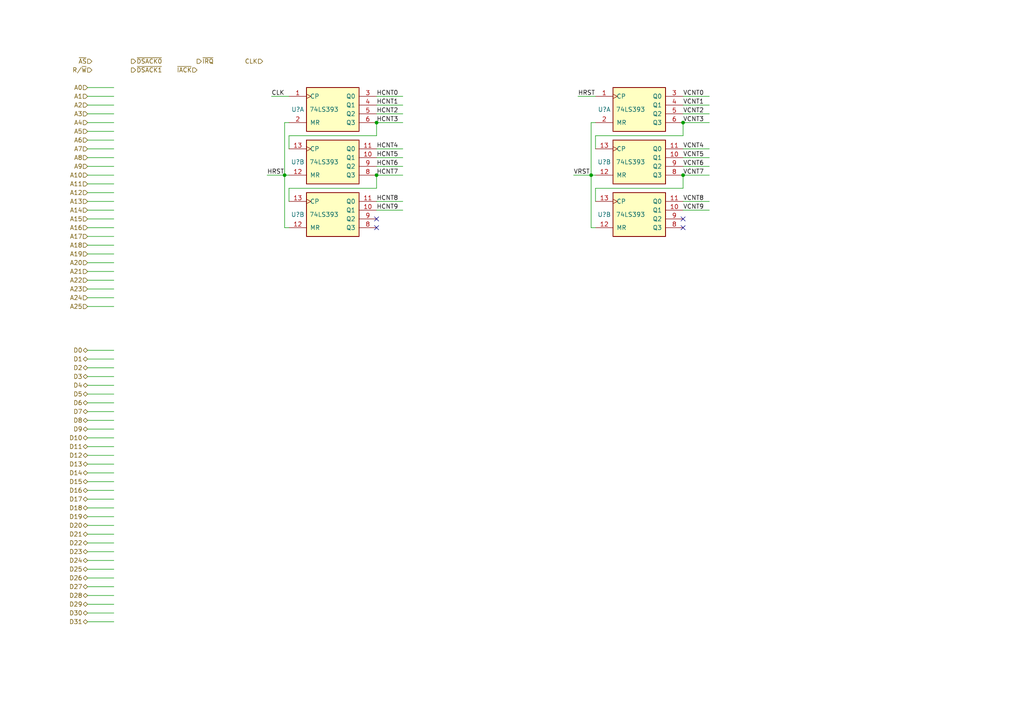
<source format=kicad_sch>
(kicad_sch (version 20211123) (generator eeschema)
  (paper "A4")
  (lib_symbols
    (symbol "74xx:74LS393" (pin_names (offset 1.016))
      (property "Reference" "U" (at -7.62 8.89 0))
      (property "Value" "74LS393" (at -7.62 -8.89 0))
      (symbol "74LS393_1_0"
        (pin input clock (at -12.7 2.54 0) (length 5.08) (name "CP") (number "1"))
        (pin input line (at -12.7 -5.08 0) (length 5.08) (name "MR") (number "2"))
        (pin output line (at 12.7 2.54 180) (length 5.08) (name "Q0") (number "3"))
        (pin output line (at 12.7 0 180) (length 5.08) (name "Q1") (number "4"))
        (pin output line (at 12.7 -2.54 180) (length 5.08) (name "Q2") (number "5"))
        (pin output line (at 12.7 -5.08 180) (length 5.08) (name "Q3") (number "6"))
      )
      (symbol "74LS393_1_1"
        (rectangle (start -7.62 5.08) (end 7.62 -7.62) (stroke (width 0.254)) (fill (type background)))
      )
      (symbol "74LS393_2_0"
        (pin output line (at 12.7 0 180) (length 5.08) (name "Q1") (number "10"))
        (pin output line (at 12.7 2.54 180) (length 5.08) (name "Q0") (number "11"))
        (pin input line (at -12.7 -5.08 0) (length 5.08) (name "MR") (number "12"))
        (pin input clock (at -12.7 2.54 0) (length 5.08) (name "CP") (number "13"))
        (pin output line (at 12.7 -5.08 180) (length 5.08) (name "Q3") (number "8"))
        (pin output line (at 12.7 -2.54 180) (length 5.08) (name "Q2") (number "9"))
      )
      (symbol "74LS393_2_1"
        (rectangle (start -7.62 5.08) (end 7.62 -7.62) (stroke (width 0.254)) (fill (type background)))
      )
      (symbol "74LS393_3_0"
        (pin power_in line (at 0 12.7 270) (length 5.08) (name "VCC") (number "14"))
        (pin power_in line (at 0 -12.7 90) (length 5.08) (name "GND") (number "7"))
      )
      (symbol "74LS393_3_1"
        (rectangle (start -5.08 7.62) (end 5.08 -7.62) (stroke (width 0.254)) (fill (type background)))
      )
    )
  )
  (junction (at 82.55 50.8))
  (junction (at 198.12 50.8))
  (junction (at 171.45 50.8))
  (junction (at 198.12 35.56))
  (junction (at 109.22 50.8))
  (junction (at 109.22 35.56))
  (no_connect (at 198.12 63.5))
  (no_connect (at 109.22 66.04))
  (no_connect (at 198.12 66.04))
  (no_connect (at 109.22 63.5))
  (wire (pts (xy 25.4 66.04) (xy 33.02 66.04)))
  (wire (pts (xy 25.4 109.22) (xy 33.02 109.22)))
  (wire (pts (xy 82.55 50.8) (xy 83.82 50.8)))
  (wire (pts (xy 25.4 71.12) (xy 33.02 71.12)))
  (wire (pts (xy 82.55 35.56) (xy 82.55 50.8)))
  (wire (pts (xy 25.4 40.64) (xy 33.02 40.64)))
  (wire (pts (xy 198.12 48.26) (xy 205.74 48.26)))
  (wire (pts (xy 78.74 27.94) (xy 83.82 27.94)))
  (wire (pts (xy 109.22 30.48) (xy 116.84 30.48)))
  (wire (pts (xy 25.4 58.42) (xy 33.02 58.42)))
  (wire (pts (xy 82.55 50.8) (xy 82.55 66.04)))
  (wire (pts (xy 25.4 116.84) (xy 33.02 116.84)))
  (wire (pts (xy 25.4 73.66) (xy 33.02 73.66)))
  (wire (pts (xy 198.12 50.8) (xy 198.12 54.61)))
  (wire (pts (xy 109.22 27.94) (xy 116.84 27.94)))
  (wire (pts (xy 25.4 127) (xy 33.02 127)))
  (wire (pts (xy 109.22 54.61) (xy 83.82 54.61)))
  (wire (pts (xy 25.4 78.74) (xy 33.02 78.74)))
  (wire (pts (xy 25.4 88.9) (xy 33.02 88.9)))
  (wire (pts (xy 172.72 35.56) (xy 171.45 35.56)))
  (wire (pts (xy 25.4 101.6) (xy 33.02 101.6)))
  (wire (pts (xy 25.4 27.94) (xy 33.02 27.94)))
  (wire (pts (xy 25.4 63.5) (xy 33.02 63.5)))
  (wire (pts (xy 83.82 54.61) (xy 83.82 58.42)))
  (wire (pts (xy 25.4 55.88) (xy 33.02 55.88)))
  (wire (pts (xy 25.4 152.4) (xy 33.02 152.4)))
  (wire (pts (xy 25.4 50.8) (xy 33.02 50.8)))
  (wire (pts (xy 25.4 137.16) (xy 33.02 137.16)))
  (wire (pts (xy 109.22 33.02) (xy 116.84 33.02)))
  (wire (pts (xy 198.12 33.02) (xy 205.74 33.02)))
  (wire (pts (xy 198.12 43.18) (xy 205.74 43.18)))
  (wire (pts (xy 25.4 170.18) (xy 33.02 170.18)))
  (wire (pts (xy 198.12 45.72) (xy 205.74 45.72)))
  (wire (pts (xy 109.22 35.56) (xy 109.22 39.37)))
  (wire (pts (xy 25.4 86.36) (xy 33.02 86.36)))
  (wire (pts (xy 198.12 58.42) (xy 205.74 58.42)))
  (wire (pts (xy 25.4 53.34) (xy 33.02 53.34)))
  (wire (pts (xy 25.4 76.2) (xy 33.02 76.2)))
  (wire (pts (xy 25.4 38.1) (xy 33.02 38.1)))
  (wire (pts (xy 25.4 114.3) (xy 33.02 114.3)))
  (wire (pts (xy 82.55 66.04) (xy 83.82 66.04)))
  (wire (pts (xy 25.4 165.1) (xy 33.02 165.1)))
  (wire (pts (xy 25.4 157.48) (xy 33.02 157.48)))
  (wire (pts (xy 25.4 33.02) (xy 33.02 33.02)))
  (wire (pts (xy 198.12 30.48) (xy 205.74 30.48)))
  (wire (pts (xy 25.4 132.08) (xy 33.02 132.08)))
  (wire (pts (xy 109.22 48.26) (xy 116.84 48.26)))
  (wire (pts (xy 25.4 106.68) (xy 33.02 106.68)))
  (wire (pts (xy 109.22 35.56) (xy 116.84 35.56)))
  (wire (pts (xy 25.4 139.7) (xy 33.02 139.7)))
  (wire (pts (xy 25.4 81.28) (xy 33.02 81.28)))
  (wire (pts (xy 25.4 134.62) (xy 33.02 134.62)))
  (wire (pts (xy 25.4 175.26) (xy 33.02 175.26)))
  (wire (pts (xy 167.64 27.94) (xy 172.72 27.94)))
  (wire (pts (xy 25.4 43.18) (xy 33.02 43.18)))
  (wire (pts (xy 109.22 50.8) (xy 116.84 50.8)))
  (wire (pts (xy 25.4 177.8) (xy 33.02 177.8)))
  (wire (pts (xy 109.22 58.42) (xy 116.84 58.42)))
  (wire (pts (xy 25.4 154.94) (xy 33.02 154.94)))
  (wire (pts (xy 25.4 121.92) (xy 33.02 121.92)))
  (wire (pts (xy 25.4 180.34) (xy 33.02 180.34)))
  (wire (pts (xy 166.37 50.8) (xy 171.45 50.8)))
  (wire (pts (xy 25.4 30.48) (xy 33.02 30.48)))
  (wire (pts (xy 25.4 83.82) (xy 33.02 83.82)))
  (wire (pts (xy 109.22 50.8) (xy 109.22 54.61)))
  (wire (pts (xy 25.4 167.64) (xy 33.02 167.64)))
  (wire (pts (xy 109.22 45.72) (xy 116.84 45.72)))
  (wire (pts (xy 25.4 68.58) (xy 33.02 68.58)))
  (wire (pts (xy 109.22 43.18) (xy 116.84 43.18)))
  (wire (pts (xy 25.4 124.46) (xy 33.02 124.46)))
  (wire (pts (xy 25.4 142.24) (xy 33.02 142.24)))
  (wire (pts (xy 25.4 129.54) (xy 33.02 129.54)))
  (wire (pts (xy 198.12 35.56) (xy 205.74 35.56)))
  (wire (pts (xy 25.4 35.56) (xy 33.02 35.56)))
  (wire (pts (xy 198.12 35.56) (xy 198.12 39.37)))
  (wire (pts (xy 25.4 147.32) (xy 33.02 147.32)))
  (wire (pts (xy 198.12 54.61) (xy 172.72 54.61)))
  (wire (pts (xy 25.4 60.96) (xy 33.02 60.96)))
  (wire (pts (xy 25.4 104.14) (xy 33.02 104.14)))
  (wire (pts (xy 25.4 45.72) (xy 33.02 45.72)))
  (wire (pts (xy 198.12 27.94) (xy 205.74 27.94)))
  (wire (pts (xy 25.4 48.26) (xy 33.02 48.26)))
  (wire (pts (xy 25.4 25.4) (xy 33.02 25.4)))
  (wire (pts (xy 172.72 39.37) (xy 172.72 43.18)))
  (wire (pts (xy 171.45 50.8) (xy 171.45 66.04)))
  (wire (pts (xy 25.4 172.72) (xy 33.02 172.72)))
  (wire (pts (xy 109.22 60.96) (xy 116.84 60.96)))
  (wire (pts (xy 25.4 149.86) (xy 33.02 149.86)))
  (wire (pts (xy 198.12 39.37) (xy 172.72 39.37)))
  (wire (pts (xy 198.12 50.8) (xy 205.74 50.8)))
  (wire (pts (xy 25.4 160.02) (xy 33.02 160.02)))
  (wire (pts (xy 171.45 66.04) (xy 172.72 66.04)))
  (wire (pts (xy 25.4 162.56) (xy 33.02 162.56)))
  (wire (pts (xy 171.45 35.56) (xy 171.45 50.8)))
  (wire (pts (xy 171.45 50.8) (xy 172.72 50.8)))
  (wire (pts (xy 83.82 35.56) (xy 82.55 35.56)))
  (wire (pts (xy 25.4 119.38) (xy 33.02 119.38)))
  (wire (pts (xy 109.22 39.37) (xy 83.82 39.37)))
  (wire (pts (xy 198.12 60.96) (xy 205.74 60.96)))
  (wire (pts (xy 25.4 111.76) (xy 33.02 111.76)))
  (wire (pts (xy 83.82 39.37) (xy 83.82 43.18)))
  (wire (pts (xy 77.47 50.8) (xy 82.55 50.8)))
  (wire (pts (xy 172.72 54.61) (xy 172.72 58.42)))
  (wire (pts (xy 25.4 144.78) (xy 33.02 144.78)))
  (label "VCNT3" (at 198.12 35.56 0))
  (label "HCNT8" (at 109.22 58.42 0))
  (label "VCNT0" (at 198.12 27.94 0))
  (label "HRST" (at 167.64 27.94 0))
  (label "HCNT1" (at 109.22 30.48 0))
  (label "HCNT7" (at 109.22 50.8 0))
  (label "VCNT7" (at 198.12 50.8 0))
  (label "HCNT9" (at 109.22 60.96 0))
  (label "HCNT3" (at 109.22 35.56 0))
  (label "VCNT4" (at 198.12 43.18 0))
  (label "HCNT2" (at 109.22 33.02 0))
  (label "CLK" (at 78.74 27.94 0))
  (label "HCNT4" (at 109.22 43.18 0))
  (label "VCNT2" (at 198.12 33.02 0))
  (label "VRST" (at 166.37 50.8 0))
  (label "VCNT8" (at 198.12 58.42 0))
  (label "HCNT6" (at 109.22 48.26 0))
  (label "HCNT0" (at 109.22 27.94 0))
  (label "VCNT6" (at 198.12 48.26 0))
  (label "VCNT5" (at 198.12 45.72 0))
  (label "VCNT9" (at 198.12 60.96 0))
  (label "VCNT1" (at 198.12 30.48 0))
  (label "HCNT5" (at 109.22 45.72 0))
  (label "HRST" (at 77.47 50.8 0))
  (hierarchical_label "D27" (shape bidirectional) (at 25.4 170.18 180))
  (hierarchical_label "A19" (shape input) (at 25.4 73.66 180))
  (hierarchical_label "D9" (shape bidirectional) (at 25.4 124.46 180))
  (hierarchical_label "A3" (shape input) (at 25.4 33.02 180))
  (hierarchical_label "D11" (shape bidirectional) (at 25.4 129.54 180))
  (hierarchical_label "D16" (shape bidirectional) (at 25.4 142.24 180))
  (hierarchical_label "D5" (shape bidirectional) (at 25.4 114.3 180))
  (hierarchical_label "D28" (shape bidirectional) (at 25.4 172.72 180))
  (hierarchical_label "D19" (shape bidirectional) (at 25.4 149.86 180))
  (hierarchical_label "D17" (shape bidirectional) (at 25.4 144.78 180))
  (hierarchical_label "D6" (shape bidirectional) (at 25.4 116.84 180))
  (hierarchical_label "D23" (shape bidirectional) (at 25.4 160.02 180))
  (hierarchical_label "A13" (shape input) (at 25.4 58.42 180))
  (hierarchical_label "A15" (shape input) (at 25.4 63.5 180))
  (hierarchical_label "D2" (shape bidirectional) (at 25.4 106.68 180))
  (hierarchical_label "D30" (shape bidirectional) (at 25.4 177.8 180))
  (hierarchical_label "A25" (shape input) (at 25.4 88.9 180))
  (hierarchical_label "A14" (shape input) (at 25.4 60.96 180))
  (hierarchical_label "A11" (shape input) (at 25.4 53.34 180))
  (hierarchical_label "D21" (shape bidirectional) (at 25.4 154.94 180))
  (hierarchical_label "D22" (shape bidirectional) (at 25.4 157.48 180))
  (hierarchical_label "~{IACK}" (shape input) (at 57.15 20.32 180))
  (hierarchical_label "D10" (shape bidirectional) (at 25.4 127 180))
  (hierarchical_label "A21" (shape input) (at 25.4 78.74 180))
  (hierarchical_label "D26" (shape bidirectional) (at 25.4 167.64 180))
  (hierarchical_label "D8" (shape bidirectional) (at 25.4 121.92 180))
  (hierarchical_label "A23" (shape input) (at 25.4 83.82 180))
  (hierarchical_label "A10" (shape input) (at 25.4 50.8 180))
  (hierarchical_label "A6" (shape input) (at 25.4 40.64 180))
  (hierarchical_label "A12" (shape input) (at 25.4 55.88 180))
  (hierarchical_label "A4" (shape input) (at 25.4 35.56 180))
  (hierarchical_label "D14" (shape bidirectional) (at 25.4 137.16 180))
  (hierarchical_label "A22" (shape input) (at 25.4 81.28 180))
  (hierarchical_label "~{AS}" (shape input) (at 26.67 17.78 180))
  (hierarchical_label "D4" (shape bidirectional) (at 25.4 111.76 180))
  (hierarchical_label "A24" (shape input) (at 25.4 86.36 180))
  (hierarchical_label "A16" (shape input) (at 25.4 66.04 180))
  (hierarchical_label "D31" (shape bidirectional) (at 25.4 180.34 180))
  (hierarchical_label "D7" (shape bidirectional) (at 25.4 119.38 180))
  (hierarchical_label "A5" (shape input) (at 25.4 38.1 180))
  (hierarchical_label "A0" (shape input) (at 25.4 25.4 180))
  (hierarchical_label "D15" (shape bidirectional) (at 25.4 139.7 180))
  (hierarchical_label "D24" (shape bidirectional) (at 25.4 162.56 180))
  (hierarchical_label "D13" (shape bidirectional) (at 25.4 134.62 180))
  (hierarchical_label "A8" (shape input) (at 25.4 45.72 180))
  (hierarchical_label "A7" (shape input) (at 25.4 43.18 180))
  (hierarchical_label "D18" (shape bidirectional) (at 25.4 147.32 180))
  (hierarchical_label "D29" (shape bidirectional) (at 25.4 175.26 180))
  (hierarchical_label "A9" (shape input) (at 25.4 48.26 180))
  (hierarchical_label "D3" (shape bidirectional) (at 25.4 109.22 180))
  (hierarchical_label "R{slash}~{W}" (shape input) (at 26.67 20.32 180))
  (hierarchical_label "D1" (shape bidirectional) (at 25.4 104.14 180))
  (hierarchical_label "D25" (shape bidirectional) (at 25.4 165.1 180))
  (hierarchical_label "A17" (shape input) (at 25.4 68.58 180))
  (hierarchical_label "D0" (shape bidirectional) (at 25.4 101.6 180))
  (hierarchical_label "A2" (shape input) (at 25.4 30.48 180))
  (hierarchical_label "CLK" (shape input) (at 76.2 17.78 180))
  (hierarchical_label "A18" (shape input) (at 25.4 71.12 180))
  (hierarchical_label "~{DSACK1}" (shape output) (at 38.1 20.32 0))
  (hierarchical_label "~{IRQ}" (shape output) (at 57.15 17.78 0))
  (hierarchical_label "D12" (shape bidirectional) (at 25.4 132.08 180))
  (hierarchical_label "D20" (shape bidirectional) (at 25.4 152.4 180))
  (hierarchical_label "A1" (shape input) (at 25.4 27.94 180))
  (hierarchical_label "~{DSACK0}" (shape output) (at 38.1 17.78 0))
  (hierarchical_label "A20" (shape input) (at 25.4 76.2 180))
  (symbol (lib_id "74xx:74LS393") (at 140.97 -13.97 0) (unit 3)
    (property "Reference" "U?" (at 147.32 -15.2401 0) (effects (justify left)))
    (property "Value" "74LS393" (at 147.32 -12.7001 0) (effects (justify left)))
    (property "Datasheet" "74xx\\74LS393.pdf" (effects hide))
  )
  (symbol (lib_id "74xx:74LS393") (at 185.42 60.96 0) (unit 2)
    (property "Reference" "U?" (at 175.26 62.23 0))
    (property "Value" "74LS393" (at 182.88 62.23 0))
    (property "Datasheet" "74xx\\74LS393.pdf" (effects hide))
  )
  (symbol (lib_id "74xx:74LS393") (at 96.52 45.72 0) (unit 2)
    (property "Reference" "U?" (at 86.36 46.99 0))
    (property "Value" "74LS393" (at 93.98 46.99 0))
    (property "Datasheet" "74xx\\74LS393.pdf" (effects hide))
  )
  (symbol (lib_id "74xx:74LS393") (at 96.52 60.96 0) (unit 2)
    (property "Reference" "U?" (at 86.36 62.23 0))
    (property "Value" "74LS393" (at 93.98 62.23 0))
    (property "Datasheet" "74xx\\74LS393.pdf" (effects hide))
  )
  (symbol (lib_id "74xx:74LS393") (at 185.42 45.72 0) (unit 2)
    (property "Reference" "U?" (at 175.26 46.99 0))
    (property "Value" "74LS393" (at 182.88 46.99 0))
    (property "Datasheet" "74xx\\74LS393.pdf" (effects hide))
  )
  (symbol (lib_id "74xx:74LS393") (at 185.42 30.48 0) (unit 1)
    (property "Reference" "U?" (at 175.26 31.75 0))
    (property "Value" "74LS393" (at 182.88 31.75 0))
    (property "Datasheet" "74xx\\74LS393.pdf" (effects hide))
  )
  (symbol (lib_id "74xx:74LS393") (at 96.52 30.48 0) (unit 1)
    (property "Reference" "U?" (at 86.36 31.75 0))
    (property "Value" "74LS393" (at 93.98 31.75 0))
    (property "Datasheet" "74xx\\74LS393.pdf" (effects hide))
  )
)
</source>
